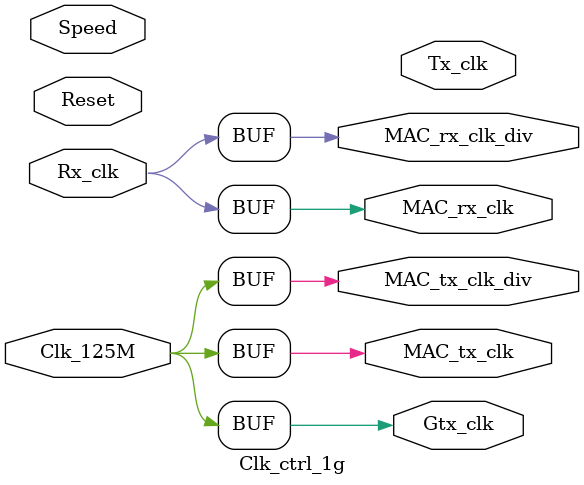
<source format=v>

module Clk_ctrl_1g #(   
	parameter GIGEN = 1
)(
Reset           ,
Clk_125M        ,
//host interface,
Speed           ,
//Phy interface ,
Gtx_clk         ,
Rx_clk          ,
Tx_clk          ,
//interface clk ,
MAC_tx_clk      ,
MAC_rx_clk      ,
MAC_tx_clk_div  ,
MAC_rx_clk_div  
);
input           Reset           ;
input           Clk_125M        ;
                //host interface
input   [2:0]   Speed           ;       
                //Phy interface         
output          Gtx_clk         ;//used only in GMII mode
input           Rx_clk          ;
//input           Tx_clk          ;//used only in MII mode
output          Tx_clk          ;//used only in MII mode
                //interface clk signals
output          MAC_tx_clk      ;
output          MAC_rx_clk      ;
output          MAC_tx_clk_div  ;
output          MAC_rx_clk_div  ;


//******************************************************************************
//internal signals                                                              
//******************************************************************************
wire            Rx_clk_div2 ;
wire            Tx_clk_div2 ;
//******************************************************************************
//                                                              
//******************************************************************************
assign Gtx_clk      =Clk_125M                   ;
generate
if(GIGEN==1) begin : gen_1g_clocking
assign MAC_rx_clk   =Rx_clk                     ;
/*
CLK_DIV2 U_0_CLK_DIV2(
.Reset          (Reset          ),
.IN             (Rx_clk         ),
.OUT            (Rx_clk_div2    )
);

CLK_DIV2 U_1_CLK_DIV2(
.Reset          (Reset          ),
.IN             (Tx_clk         ),
.OUT            (Tx_clk_div2    )
);
*/

assign MAC_rx_clk_div = Rx_clk;
assign MAC_tx_clk = Clk_125M;
assign MAC_tx_clk_div = Clk_125M;
end
else begin : gen_100M_clocking
BUFR #(
	.BUFR_DIVIDE("BYPASS"), // Values: "BYPASS, 1, 2, 3, 4, 5, 6, 7, 8"
	.SIM_DEVICE("7SERIES") // Must be set to "7SERIES"
)
RxClkBufr(
	.O(MAC_rx_clk), // 1-bit output: Clock output port
	.CE(1'b1), // 1-bit input: Active high, clock enable (Divided modes only)
	.CLR(1'b0), // 1-bit input: Active high, asynchronous clear (Divided modes only)
	.I(Rx_clk)
);
BUFR #(
	.BUFR_DIVIDE("2"), // Values: "BYPASS, 1, 2, 3, 4, 5, 6, 7, 8"
	.SIM_DEVICE("7SERIES") // Must be set to "7SERIES"
)
RxClkDivBufr(
	.O(MAC_rx_clk_div), // 1-bit output: Clock output port
	.CE(1'b1), // 1-bit input: Active high, clock enable (Divided modes only)
	.CLR(1'b0), // 1-bit input: Active high, asynchronous clear (Divided modes only)
	.I(Rx_clk)
);
assign MAC_tx_clk = MAC_rx_clk;
assign MAC_tx_clk_div = MAC_rx_clk_div;


ODDR #(
	.DDR_CLK_EDGE("OPPOSITE_EDGE"), // "OPPOSITE_EDGE" or "SAME_EDGE"
	.INIT(1'b0), // Initial value of Q: 1'b0 or 1'b1
	.SRTYPE("SYNC") // Set/Reset type: "SYNC" or "ASYNC"
) TxClkOddr(
	.Q(Tx_clk), // 1-bit DDR output
	.C(MAC_rx_clk), // 1-bit clock input
	.CE(1'b1), // 1-bit clock enable input
	.D1(1'b1), // 1-bit data input (positive edge)
	.D2(1'b0), // 1-bit data input (negative edge)
	.R(1'b0), // 1-bit reset
	.S(1'b0) // 1-bit set
);





end
endgenerate
/*
CLK_SWITCH U_0_CLK_SWITCH(
.IN_0           (Rx_clk_div2    ),
.IN_1           (Rx_clk         ),
.SW             (Speed[2]       ),
.OUT            (MAC_rx_clk_div )
);

CLK_SWITCH U_1_CLK_SWITCH(
.IN_0           (Tx_clk         ),
.IN_1           (Clk_125M       ),
.SW             (Speed[2]       ),
.OUT            (MAC_tx_clk     )
);


CLK_SWITCH U_2_CLK_SWITCH(
.IN_0           (Tx_clk_div2    ),
.IN_1           (Clk_125M       ),
.SW             (Speed[2]       ),
.OUT            (MAC_tx_clk_div )
);
*/
endmodule

</source>
